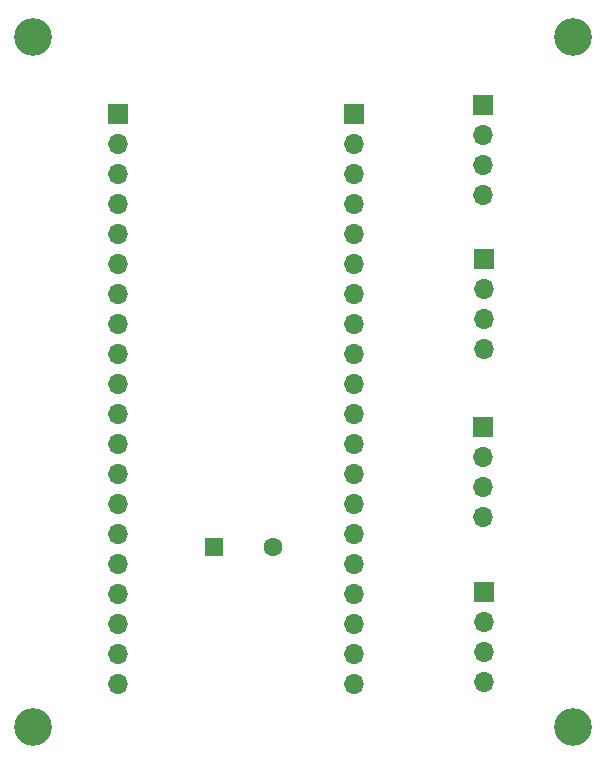
<source format=gbr>
%TF.GenerationSoftware,KiCad,Pcbnew,8.0.5*%
%TF.CreationDate,2024-10-17T17:27:17+02:00*%
%TF.ProjectId,WiiBoard,57696942-6f61-4726-942e-6b696361645f,rev?*%
%TF.SameCoordinates,Original*%
%TF.FileFunction,Soldermask,Bot*%
%TF.FilePolarity,Negative*%
%FSLAX46Y46*%
G04 Gerber Fmt 4.6, Leading zero omitted, Abs format (unit mm)*
G04 Created by KiCad (PCBNEW 8.0.5) date 2024-10-17 17:27:17*
%MOMM*%
%LPD*%
G01*
G04 APERTURE LIST*
%ADD10C,3.200000*%
%ADD11R,1.700000X1.700000*%
%ADD12O,1.700000X1.700000*%
%ADD13R,1.600000X1.600000*%
%ADD14C,1.600000*%
G04 APERTURE END LIST*
D10*
%TO.C,MH 1*%
X132080000Y-43180000D03*
%TD*%
%TO.C,H3*%
X86360000Y-101600000D03*
%TD*%
D11*
%TO.C,J5*%
X113500000Y-49740000D03*
D12*
X113500000Y-52280000D03*
X113500000Y-54820000D03*
X113500000Y-57360000D03*
X113500000Y-59900000D03*
X113500000Y-62440000D03*
X113500000Y-64980000D03*
X113500000Y-67520000D03*
X113500000Y-70060000D03*
X113500000Y-72600000D03*
X113500000Y-75140000D03*
X113500000Y-77680000D03*
X113500000Y-80220000D03*
X113500000Y-82760000D03*
X113500000Y-85300000D03*
X113500000Y-87840000D03*
X113500000Y-90380000D03*
X113500000Y-92920000D03*
X113500000Y-95460000D03*
X113500000Y-98000000D03*
%TD*%
D11*
%TO.C,J3*%
X124460000Y-76200000D03*
D12*
X124460000Y-78740000D03*
X124460000Y-81280000D03*
X124460000Y-83820000D03*
%TD*%
D10*
%TO.C,H1*%
X132080000Y-101600000D03*
%TD*%
D13*
%TO.C,C1*%
X101680000Y-86360000D03*
D14*
X106680000Y-86360000D03*
%TD*%
D10*
%TO.C,H2*%
X86360000Y-43180000D03*
%TD*%
D11*
%TO.C,J2*%
X124485000Y-61960000D03*
D12*
X124485000Y-64500000D03*
X124485000Y-67040000D03*
X124485000Y-69580000D03*
%TD*%
D11*
%TO.C,J4*%
X124460000Y-48920000D03*
D12*
X124460000Y-51460000D03*
X124460000Y-54000000D03*
X124460000Y-56540000D03*
%TD*%
D11*
%TO.C,J1*%
X124485000Y-90180000D03*
D12*
X124485000Y-92720000D03*
X124485000Y-95260000D03*
X124485000Y-97800000D03*
%TD*%
D11*
%TO.C,J6*%
X93500000Y-49740000D03*
D12*
X93500000Y-52280000D03*
X93500000Y-54820000D03*
X93500000Y-57360000D03*
X93500000Y-59900000D03*
X93500000Y-62440000D03*
X93500000Y-64980000D03*
X93500000Y-67520000D03*
X93500000Y-70060000D03*
X93500000Y-72600000D03*
X93500000Y-75140000D03*
X93500000Y-77680000D03*
X93500000Y-80220000D03*
X93500000Y-82760000D03*
X93500000Y-85300000D03*
X93500000Y-87840000D03*
X93500000Y-90380000D03*
X93500000Y-92920000D03*
X93500000Y-95460000D03*
X93500000Y-98000000D03*
%TD*%
M02*

</source>
